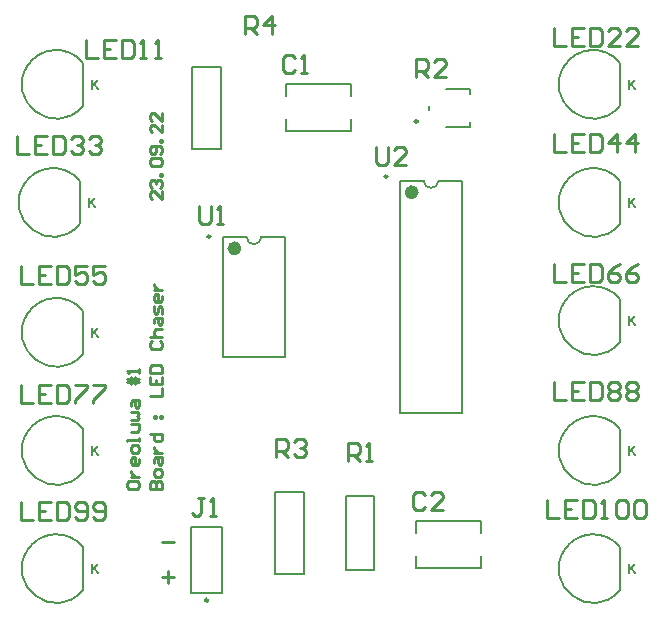
<source format=gto>
G04*
G04 #@! TF.GenerationSoftware,Altium Limited,Altium Designer,22.7.1 (60)*
G04*
G04 Layer_Color=65535*
%FSLAX44Y44*%
%MOMM*%
G71*
G04*
G04 #@! TF.SameCoordinates,29AA5E4F-6587-4ACD-81CD-572689CA6415*
G04*
G04*
G04 #@! TF.FilePolarity,Positive*
G04*
G01*
G75*
%ADD10C,0.2000*%
%ADD11C,0.2500*%
%ADD12C,0.6000*%
%ADD13C,0.2540*%
%ADD14C,0.1524*%
D10*
X223650Y366000D02*
G03*
X236350Y366000I6350J0D01*
G01*
X84978Y513565D02*
G03*
X38002Y510199I-22278J-18565D01*
G01*
X39008Y511724D02*
G03*
X85086Y476564I23692J-16724D01*
G01*
X36308Y411724D02*
G03*
X82386Y376564I23692J-16724D01*
G01*
X82278Y413565D02*
G03*
X35302Y410199I-22278J-18565D01*
G01*
X373650Y413500D02*
G03*
X386350Y413500I6350J0D01*
G01*
X539578Y203565D02*
G03*
X492602Y200199I-22278J-18565D01*
G01*
X493608Y201724D02*
G03*
X539686Y166565I23692J-16724D01*
G01*
X539578Y313565D02*
G03*
X492602Y310199I-22278J-18565D01*
G01*
X493608Y311724D02*
G03*
X539686Y276565I23692J-16724D01*
G01*
X539578Y413565D02*
G03*
X492602Y410199I-22278J-18565D01*
G01*
X493608Y411724D02*
G03*
X539686Y376564I23692J-16724D01*
G01*
X539578Y513565D02*
G03*
X492602Y510199I-22278J-18565D01*
G01*
X493608Y511724D02*
G03*
X539686Y476564I23692J-16724D01*
G01*
X539578Y103565D02*
G03*
X492602Y100199I-22278J-18565D01*
G01*
X493608Y101724D02*
G03*
X539686Y66564I23692J-16724D01*
G01*
X84978Y103565D02*
G03*
X38002Y100199I-22278J-18565D01*
G01*
X39008Y101724D02*
G03*
X85086Y66564I23692J-16724D01*
G01*
X84978Y203565D02*
G03*
X38002Y200199I-22278J-18565D01*
G01*
X39008Y201724D02*
G03*
X85086Y166565I23692J-16724D01*
G01*
X84978Y303565D02*
G03*
X38002Y300199I-22278J-18565D01*
G01*
X39008Y301724D02*
G03*
X85086Y266565I23692J-16724D01*
G01*
X203500Y264000D02*
Y366000D01*
X256500Y264000D02*
Y366000D01*
X203500D02*
X223650D01*
X236350D02*
X256500D01*
X203500Y264000D02*
X256500D01*
X85560Y477220D02*
Y512780D01*
X177500Y440000D02*
Y510000D01*
X202500D01*
Y440000D02*
Y510000D01*
X177500Y440000D02*
X202500D01*
X82860Y377220D02*
Y412780D01*
X353500Y216500D02*
X406500D01*
X386350Y413500D02*
X406500D01*
X353500D02*
X373650D01*
X406500Y216500D02*
Y413500D01*
X353500Y216500D02*
Y413500D01*
X247500Y80000D02*
X272500D01*
Y150000D01*
X247500D02*
X272500D01*
X247500Y80000D02*
Y150000D01*
X378000Y473000D02*
Y477000D01*
X393000Y459000D02*
X413000D01*
Y463000D01*
Y487000D02*
Y491000D01*
X393000D02*
X413000D01*
X308000Y146500D02*
X332000D01*
Y83500D02*
Y146500D01*
X308000Y83500D02*
Y146500D01*
Y83500D02*
X332000D01*
X540160Y167220D02*
Y202780D01*
Y277220D02*
Y312780D01*
Y377220D02*
Y412780D01*
Y477220D02*
Y512780D01*
X176800Y64400D02*
X203200D01*
Y120200D01*
X176800D02*
X203200D01*
X176800Y64400D02*
Y120200D01*
X367500Y114750D02*
Y125000D01*
Y85000D02*
Y95250D01*
Y85000D02*
X422500D01*
Y114750D02*
Y125000D01*
Y85000D02*
Y95250D01*
X367500Y125000D02*
X422500D01*
X257500Y484750D02*
Y495000D01*
Y455000D02*
Y465250D01*
Y455000D02*
X312500D01*
Y484750D02*
Y495000D01*
Y455000D02*
Y465250D01*
X257500Y495000D02*
X312500D01*
X540160Y67220D02*
Y102780D01*
X85560Y67220D02*
Y102780D01*
Y167220D02*
Y202780D01*
Y267220D02*
Y302780D01*
D11*
X193150Y366100D02*
G03*
X193150Y366100I-1250J0D01*
G01*
X343150Y416900D02*
G03*
X343150Y416900I-1250J0D01*
G01*
X368750Y463500D02*
G03*
X368750Y463500I-1250J0D01*
G01*
X191250Y58050D02*
G03*
X191250Y58050I-1250J0D01*
G01*
D12*
X216500Y356000D02*
G03*
X216500Y356000I-3000J0D01*
G01*
X366500Y403500D02*
G03*
X366500Y403500I-3000J0D01*
G01*
D13*
X122463Y157538D02*
Y154206D01*
X124129Y152540D01*
X130794D01*
X132460Y154206D01*
Y157538D01*
X130794Y159205D01*
X124129D01*
X122463Y157538D01*
X125795Y162537D02*
X132460D01*
X129128D01*
X127462Y164203D01*
X125795Y165869D01*
Y167535D01*
X132460Y177532D02*
Y174200D01*
X130794Y172534D01*
X127462D01*
X125795Y174200D01*
Y177532D01*
X127462Y179198D01*
X129128D01*
Y172534D01*
X132460Y184196D02*
Y187529D01*
X130794Y189195D01*
X127462D01*
X125795Y187529D01*
Y184196D01*
X127462Y182530D01*
X130794D01*
X132460Y184196D01*
Y192527D02*
Y195859D01*
Y194193D01*
X122463D01*
Y192527D01*
X125795Y200858D02*
X130794D01*
X132460Y202524D01*
Y207522D01*
X125795D01*
Y210854D02*
X130794D01*
X132460Y212521D01*
X130794Y214187D01*
X132460Y215853D01*
X130794Y217519D01*
X125795D01*
Y222518D02*
Y225850D01*
X127462Y227516D01*
X132460D01*
Y222518D01*
X130794Y220851D01*
X129128Y222518D01*
Y227516D01*
X132460Y242511D02*
X122463D01*
Y245843D02*
X132460D01*
X125795Y240845D02*
Y245843D01*
Y247509D01*
X129128Y240845D02*
Y247509D01*
X132460Y250842D02*
Y254174D01*
Y252508D01*
X122463D01*
X124129Y250842D01*
X152460Y404204D02*
Y397540D01*
X145795Y404204D01*
X144129D01*
X142463Y402538D01*
Y399206D01*
X144129Y397540D01*
Y407537D02*
X142463Y409203D01*
Y412535D01*
X144129Y414201D01*
X145795D01*
X147462Y412535D01*
Y410869D01*
Y412535D01*
X149128Y414201D01*
X150794D01*
X152460Y412535D01*
Y409203D01*
X150794Y407537D01*
X152460Y417533D02*
X150794D01*
Y419200D01*
X152460D01*
Y417533D01*
X144129Y425864D02*
X142463Y427530D01*
Y430863D01*
X144129Y432529D01*
X150794D01*
X152460Y430863D01*
Y427530D01*
X150794Y425864D01*
X144129D01*
X150794Y435861D02*
X152460Y437527D01*
Y440859D01*
X150794Y442525D01*
X144129D01*
X142463Y440859D01*
Y437527D01*
X144129Y435861D01*
X145795D01*
X147462Y437527D01*
Y442525D01*
X152460Y445858D02*
X150794D01*
Y447524D01*
X152460D01*
Y445858D01*
Y460853D02*
Y454188D01*
X145795Y460853D01*
X144129D01*
X142463Y459187D01*
Y455854D01*
X144129Y454188D01*
X152460Y470850D02*
Y464185D01*
X145795Y470850D01*
X144129D01*
X142463Y469184D01*
Y465851D01*
X144129Y464185D01*
X142463Y152540D02*
X152460D01*
Y157538D01*
X150794Y159205D01*
X149128D01*
X147462Y157538D01*
Y152540D01*
Y157538D01*
X145795Y159205D01*
X144129D01*
X142463Y157538D01*
Y152540D01*
X152460Y164203D02*
Y167535D01*
X150794Y169201D01*
X147462D01*
X145795Y167535D01*
Y164203D01*
X147462Y162537D01*
X150794D01*
X152460Y164203D01*
X145795Y174200D02*
Y177532D01*
X147462Y179198D01*
X152460D01*
Y174200D01*
X150794Y172534D01*
X149128Y174200D01*
Y179198D01*
X145795Y182530D02*
X152460D01*
X149128D01*
X147462Y184196D01*
X145795Y185863D01*
Y187529D01*
X142463Y199192D02*
X152460D01*
Y194193D01*
X150794Y192527D01*
X147462D01*
X145795Y194193D01*
Y199192D01*
Y212521D02*
Y214187D01*
X147462D01*
Y212521D01*
X145795D01*
X150794D02*
Y214187D01*
X152460D01*
Y212521D01*
X150794D01*
X142463Y230848D02*
X152460D01*
Y237513D01*
X142463Y247509D02*
Y240845D01*
X152460D01*
Y247509D01*
X147462Y240845D02*
Y244177D01*
X142463Y250842D02*
X152460D01*
Y255840D01*
X150794Y257506D01*
X144129D01*
X142463Y255840D01*
Y250842D01*
X144129Y277500D02*
X142463Y275834D01*
Y272501D01*
X144129Y270835D01*
X150794D01*
X152460Y272501D01*
Y275834D01*
X150794Y277500D01*
X142463Y280832D02*
X152460D01*
X147462D01*
X145795Y282498D01*
Y285830D01*
X147462Y287496D01*
X152460D01*
X145795Y292495D02*
Y295827D01*
X147462Y297493D01*
X152460D01*
Y292495D01*
X150794Y290829D01*
X149128Y292495D01*
Y297493D01*
X152460Y300826D02*
Y305824D01*
X150794Y307490D01*
X149128Y305824D01*
Y302492D01*
X147462Y300826D01*
X145795Y302492D01*
Y307490D01*
X152460Y315821D02*
Y312488D01*
X150794Y310822D01*
X147462D01*
X145795Y312488D01*
Y315821D01*
X147462Y317487D01*
X149128D01*
Y310822D01*
X145795Y320819D02*
X152460D01*
X149128D01*
X147462Y322485D01*
X145795Y324151D01*
Y325817D01*
X183882Y391615D02*
Y378919D01*
X186421Y376380D01*
X191500D01*
X194039Y378919D01*
Y391615D01*
X199117Y376380D02*
X204195D01*
X201656D01*
Y391615D01*
X199117Y389076D01*
X152540Y107540D02*
X162697D01*
X152540Y77618D02*
X162697D01*
X157618Y82697D02*
Y72540D01*
X88260Y532617D02*
Y517383D01*
X98417D01*
X113652Y532617D02*
X103495D01*
Y517383D01*
X113652D01*
X103495Y525000D02*
X108574D01*
X118730Y532617D02*
Y517383D01*
X126348D01*
X128887Y519922D01*
Y530078D01*
X126348Y532617D01*
X118730D01*
X133966Y517383D02*
X139044D01*
X136505D01*
Y532617D01*
X133966Y530078D01*
X146661Y517383D02*
X151740D01*
X149201D01*
Y532617D01*
X146661Y530078D01*
X333742Y442161D02*
Y429465D01*
X336281Y426926D01*
X341359D01*
X343899Y429465D01*
Y442161D01*
X359134Y426926D02*
X348977D01*
X359134Y437083D01*
Y439622D01*
X356595Y442161D01*
X351516D01*
X348977Y439622D01*
X248906Y179530D02*
Y194765D01*
X256523D01*
X259063Y192226D01*
Y187148D01*
X256523Y184608D01*
X248906D01*
X253984D02*
X259063Y179530D01*
X264141Y192226D02*
X266680Y194765D01*
X271759D01*
X274298Y192226D01*
Y189687D01*
X271759Y187148D01*
X269219D01*
X271759D01*
X274298Y184608D01*
Y182069D01*
X271759Y179530D01*
X266680D01*
X264141Y182069D01*
X367524Y500840D02*
Y516075D01*
X375141D01*
X377681Y513536D01*
Y508458D01*
X375141Y505918D01*
X367524D01*
X372602D02*
X377681Y500840D01*
X392916D02*
X382759D01*
X392916Y510997D01*
Y513536D01*
X390377Y516075D01*
X385298D01*
X382759Y513536D01*
X309358Y175720D02*
Y190955D01*
X316975D01*
X319515Y188416D01*
Y183338D01*
X316975Y180798D01*
X309358D01*
X314436D02*
X319515Y175720D01*
X324593D02*
X329671D01*
X327132D01*
Y190955D01*
X324593Y188416D01*
X484451Y242617D02*
Y227383D01*
X494608D01*
X509843Y242617D02*
X499687D01*
Y227383D01*
X509843D01*
X499687Y235000D02*
X504765D01*
X514922Y242617D02*
Y227383D01*
X522539D01*
X525078Y229922D01*
Y240078D01*
X522539Y242617D01*
X514922D01*
X530157Y240078D02*
X532696Y242617D01*
X537774D01*
X540313Y240078D01*
Y237539D01*
X537774Y235000D01*
X540313Y232461D01*
Y229922D01*
X537774Y227383D01*
X532696D01*
X530157Y229922D01*
Y232461D01*
X532696Y235000D01*
X530157Y237539D01*
Y240078D01*
X532696Y235000D02*
X537774D01*
X545392Y240078D02*
X547931Y242617D01*
X553009D01*
X555549Y240078D01*
Y237539D01*
X553009Y235000D01*
X555549Y232461D01*
Y229922D01*
X553009Y227383D01*
X547931D01*
X545392Y229922D01*
Y232461D01*
X547931Y235000D01*
X545392Y237539D01*
Y240078D01*
X547931Y235000D02*
X553009D01*
X484451Y342618D02*
Y327383D01*
X494608D01*
X509843Y342618D02*
X499687D01*
Y327383D01*
X509843D01*
X499687Y335000D02*
X504765D01*
X514922Y342618D02*
Y327383D01*
X522539D01*
X525078Y329922D01*
Y340078D01*
X522539Y342618D01*
X514922D01*
X540313D02*
X535235Y340078D01*
X530157Y335000D01*
Y329922D01*
X532696Y327383D01*
X537774D01*
X540313Y329922D01*
Y332461D01*
X537774Y335000D01*
X530157D01*
X555549Y342618D02*
X550470Y340078D01*
X545392Y335000D01*
Y329922D01*
X547931Y327383D01*
X553009D01*
X555549Y329922D01*
Y332461D01*
X553009Y335000D01*
X545392D01*
X484451Y452618D02*
Y437383D01*
X494608D01*
X509843Y452618D02*
X499687D01*
Y437383D01*
X509843D01*
X499687Y445000D02*
X504765D01*
X514922Y452618D02*
Y437383D01*
X522539D01*
X525078Y439922D01*
Y450078D01*
X522539Y452618D01*
X514922D01*
X537774Y437383D02*
Y452618D01*
X530157Y445000D01*
X540313D01*
X553009Y437383D02*
Y452618D01*
X545392Y445000D01*
X555549D01*
X484451Y542617D02*
Y527383D01*
X494608D01*
X509843Y542617D02*
X499687D01*
Y527383D01*
X509843D01*
X499687Y535000D02*
X504765D01*
X514922Y542617D02*
Y527383D01*
X522539D01*
X525078Y529922D01*
Y540078D01*
X522539Y542617D01*
X514922D01*
X540313Y527383D02*
X530157D01*
X540313Y537539D01*
Y540078D01*
X537774Y542617D01*
X532696D01*
X530157Y540078D01*
X555549Y527383D02*
X545392D01*
X555549Y537539D01*
Y540078D01*
X553009Y542617D01*
X547931D01*
X545392Y540078D01*
X187435Y144981D02*
X182356D01*
X184895D01*
Y132285D01*
X182356Y129746D01*
X179817D01*
X177278Y132285D01*
X192513Y129746D02*
X197591D01*
X195052D01*
Y144981D01*
X192513Y142442D01*
X374633Y147268D02*
X372094Y149807D01*
X367015D01*
X364476Y147268D01*
Y137111D01*
X367015Y134572D01*
X372094D01*
X374633Y137111D01*
X389868Y134572D02*
X379711D01*
X389868Y144729D01*
Y147268D01*
X387329Y149807D01*
X382250D01*
X379711Y147268D01*
X264651Y517346D02*
X262111Y519885D01*
X257033D01*
X254494Y517346D01*
Y507189D01*
X257033Y504650D01*
X262111D01*
X264651Y507189D01*
X269729Y504650D02*
X274807D01*
X272268D01*
Y519885D01*
X269729Y517346D01*
X222304Y537383D02*
Y552617D01*
X229922D01*
X232461Y550078D01*
Y545000D01*
X229922Y542461D01*
X222304D01*
X227383D02*
X232461Y537383D01*
X245157D02*
Y552617D01*
X237539Y545000D01*
X247696D01*
X478104Y142618D02*
Y127382D01*
X488260D01*
X503495Y142618D02*
X493339D01*
Y127382D01*
X503495D01*
X493339Y135000D02*
X498417D01*
X508574Y142618D02*
Y127382D01*
X516191D01*
X518730Y129922D01*
Y140078D01*
X516191Y142618D01*
X508574D01*
X523809Y127382D02*
X528887D01*
X526348D01*
Y142618D01*
X523809Y140078D01*
X536505D02*
X539044Y142618D01*
X544122D01*
X546661Y140078D01*
Y129922D01*
X544122Y127382D01*
X539044D01*
X536505Y129922D01*
Y140078D01*
X551740D02*
X554279Y142618D01*
X559357D01*
X561897Y140078D01*
Y129922D01*
X559357Y127382D01*
X554279D01*
X551740Y129922D01*
Y140078D01*
X32498Y140917D02*
Y125682D01*
X42655D01*
X57890Y140917D02*
X47733D01*
Y125682D01*
X57890D01*
X47733Y133300D02*
X52811D01*
X62968Y140917D02*
Y125682D01*
X70586D01*
X73125Y128221D01*
Y138378D01*
X70586Y140917D01*
X62968D01*
X78203Y128221D02*
X80742Y125682D01*
X85821D01*
X88360Y128221D01*
Y138378D01*
X85821Y140917D01*
X80742D01*
X78203Y138378D01*
Y135839D01*
X80742Y133300D01*
X88360D01*
X93438Y128221D02*
X95977Y125682D01*
X101056D01*
X103595Y128221D01*
Y138378D01*
X101056Y140917D01*
X95977D01*
X93438Y138378D01*
Y135839D01*
X95977Y133300D01*
X103595D01*
X32498Y240739D02*
Y225504D01*
X42655D01*
X57890Y240739D02*
X47733D01*
Y225504D01*
X57890D01*
X47733Y233122D02*
X52811D01*
X62968Y240739D02*
Y225504D01*
X70586D01*
X73125Y228043D01*
Y238200D01*
X70586Y240739D01*
X62968D01*
X78203D02*
X88360D01*
Y238200D01*
X78203Y228043D01*
Y225504D01*
X93438Y240739D02*
X103595D01*
Y238200D01*
X93438Y228043D01*
Y225504D01*
X32498Y340815D02*
Y325580D01*
X42655D01*
X57890Y340815D02*
X47733D01*
Y325580D01*
X57890D01*
X47733Y333198D02*
X52811D01*
X62968Y340815D02*
Y325580D01*
X70586D01*
X73125Y328119D01*
Y338276D01*
X70586Y340815D01*
X62968D01*
X88360D02*
X78203D01*
Y333198D01*
X83282Y335737D01*
X85821D01*
X88360Y333198D01*
Y328119D01*
X85821Y325580D01*
X80742D01*
X78203Y328119D01*
X103595Y340815D02*
X93438D01*
Y333198D01*
X98517Y335737D01*
X101056D01*
X103595Y333198D01*
Y328119D01*
X101056Y325580D01*
X95977D01*
X93438Y328119D01*
X29704Y450797D02*
Y435562D01*
X39861D01*
X55096Y450797D02*
X44939D01*
Y435562D01*
X55096D01*
X44939Y443180D02*
X50017D01*
X60174Y450797D02*
Y435562D01*
X67792D01*
X70331Y438101D01*
Y448258D01*
X67792Y450797D01*
X60174D01*
X75409Y448258D02*
X77948Y450797D01*
X83027D01*
X85566Y448258D01*
Y445719D01*
X83027Y443180D01*
X80488D01*
X83027D01*
X85566Y440640D01*
Y438101D01*
X83027Y435562D01*
X77948D01*
X75409Y438101D01*
X90644Y448258D02*
X93183Y450797D01*
X98262D01*
X100801Y448258D01*
Y445719D01*
X98262Y443180D01*
X95723D01*
X98262D01*
X100801Y440640D01*
Y438101D01*
X98262Y435562D01*
X93183D01*
X90644Y438101D01*
D14*
X93180Y498808D02*
Y491190D01*
Y493729D01*
X98258Y498808D01*
X94450Y494999D01*
X98258Y491190D01*
X90480Y398808D02*
Y391190D01*
Y393729D01*
X95558Y398808D01*
X91750Y394999D01*
X95558Y391190D01*
X547780Y188808D02*
Y181190D01*
Y183729D01*
X552858Y188808D01*
X549050Y184999D01*
X552858Y181190D01*
X547780Y298808D02*
Y291190D01*
Y293729D01*
X552858Y298808D01*
X549050Y294999D01*
X552858Y291190D01*
X547780Y398808D02*
Y391190D01*
Y393729D01*
X552858Y398808D01*
X549050Y394999D01*
X552858Y391190D01*
X547780Y498808D02*
Y491190D01*
Y493729D01*
X552858Y498808D01*
X549050Y494999D01*
X552858Y491190D01*
X547780Y88807D02*
Y81190D01*
Y83729D01*
X552858Y88807D01*
X549050Y84999D01*
X552858Y81190D01*
X93180Y88807D02*
Y81190D01*
Y83729D01*
X98258Y88807D01*
X94450Y84999D01*
X98258Y81190D01*
X93180Y188808D02*
Y181190D01*
Y183729D01*
X98258Y188808D01*
X94450Y184999D01*
X98258Y181190D01*
X93180Y288808D02*
Y281190D01*
Y283729D01*
X98258Y288808D01*
X94450Y284999D01*
X98258Y281190D01*
M02*

</source>
